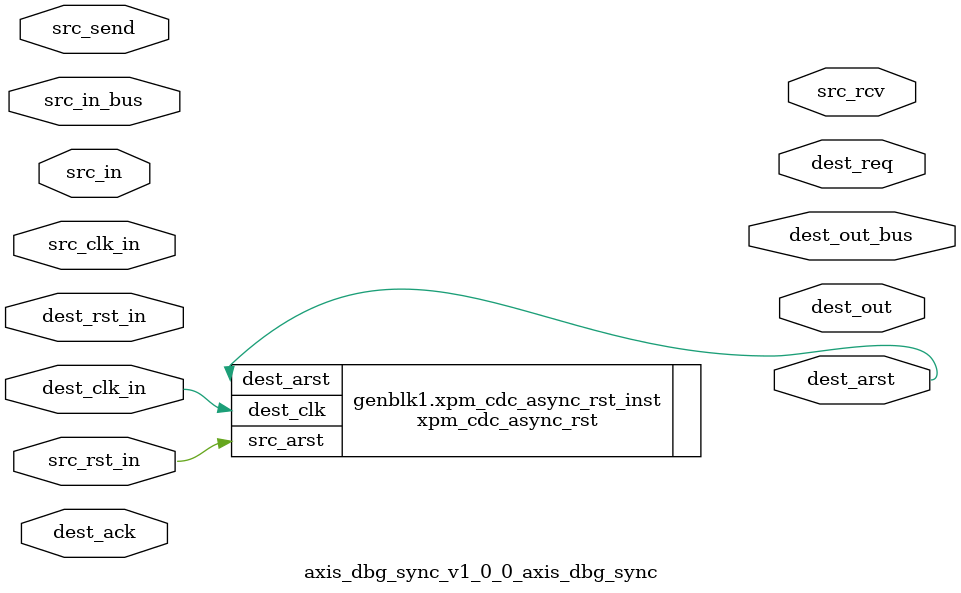
<source format=v>

`timescale 1ns / 1ps

module axis_dbg_sync_v1_0_0_axis_dbg_sync #( 
    parameter MODE="Async_rst_sync", //"Bus_sync_with_handshake", "Pulse_txr", "Single bit_arr_sync", "Single_bit_sync"
    parameter DEST_SYNC_FF = 2, //Range 2- 10
    parameter INIT_SYNC_FF = 0, //0 - disable sim init value, 1 enable
    parameter RST_ACTIVE_HIGH = 0, //0 - Active low reset, 1 - Acitve high reset
    parameter DEST_EXT_HSK = 0, // 0 - Internal Handshake, 1 - External handshake
    parameter SRC_SYNC_FF = 2, // Range 2-10
    parameter WIDTH = 1, //Data bus width
    parameter REG_OUTPUT = 1, //0- disable registered output, 1- enable
    parameter RST_USED = 0, //0- No reset, 1- Implement reset
    parameter SRC_INPUT_REG = 0 //0 - Do not register input, 1- register input
    )
  (
    input                 src_clk_in,
    input  [WIDTH-1:0]    src_in_bus,
    input                 src_in,
    input                 dest_clk_in,
    input                 dest_ack,
    input                 src_send,
    input                 dest_rst_in,
    input                 src_rst_in,
    output                dest_arst,
    output [WIDTH-1:0]    dest_out_bus,
    output                dest_out,
    output                src_rcv,
    output                dest_req
  );

generate
  case (MODE)
    "Async_rst_sync": begin   
      xpm_cdc_async_rst #(
        .DEST_SYNC_FF(DEST_SYNC_FF),    // DECIMAL; range: 2-10
        .INIT_SYNC_FF(INIT_SYNC_FF),    // DECIMAL; 0=disable simulation init values, 1=enable simulation init values
        .RST_ACTIVE_HIGH(RST_ACTIVE_HIGH)  // DECIMAL; 0=active low reset, 1=active high reset
      )
      xpm_cdc_async_rst_inst (
        .dest_arst(dest_arst), // 1-bit output: src_rst_in asynchronous reset signal synchronized to destination
                             // clock domain. This output is registered. NOTE: Signal asserts asynchronously
                             // but deasserts synchronously to dest_clk. Width of the reset signal is at least
                             // (DEST_SYNC_FF*dest_clk) period.

        .dest_clk(dest_clk_in),   // 1-bit input: Destination clock.
        .src_arst(src_rst_in)    // 1-bit input: Source asynchronous reset signal.
      );    
   end
  
   "Bus_sync_with_handshake": begin  
      xpm_cdc_handshake #(
          .DEST_EXT_HSK(DEST_EXT_HSK),   // DECIMAL; 0=internal handshake, 1=external handshake
          .DEST_SYNC_FF(DEST_SYNC_FF),   // DECIMAL; range: 2-10
          .INIT_SYNC_FF(INIT_SYNC_FF),   // DECIMAL; 0=disable simulation init values, 1=enable simulation init values
          .SIM_ASSERT_CHK(0), // DECIMAL; 0=disable simulation messages, 1=enable simulation messages
          .SRC_SYNC_FF(SRC_SYNC_FF),    // DECIMAL; range: 2-10
          .WIDTH(WIDTH)           // DECIMAL; range: 1-1024
       )
       xpm_cdc_handshake_inst (
          .dest_out(dest_out_bus), // WIDTH-bit output: Input bus (src_in) synchronized to destination clock domain.
                               // This output is registered.
    
          .dest_req(dest_req), // 1-bit output: Assertion of this signal indicates that new dest_out data has been
                               // received and is ready to be used or captured by the destination logic. When
                               // DEST_EXT_HSK = 1, this signal will deassert once the source handshake
                               // acknowledges that the destination clock domain has received the transferred data.
                               // When DEST_EXT_HSK = 0, this signal asserts for one clock period when dest_out bus
                               // is valid. This output is registered.
    
          .src_rcv(src_rcv),   // 1-bit output: Acknowledgement from destination logic that src_in has been
                               // received. This signal will be deasserted once destination handshake has fully
                               // completed, thus completing a full data transfer. This output is registered.
    
          .dest_ack(dest_ack), // 1-bit input: optional; required when DEST_EXT_HSK = 1
          .dest_clk(dest_clk_in), // 1-bit input: Destination clock.
          .src_clk(src_clk_in),   // 1-bit input: Source clock.
          .src_in(src_in_bus),     // WIDTH-bit input: Input bus that will be synchronized to the destination clock
                               // domain.
    
          .src_send(src_send)  // 1-bit input: Assertion of this signal allows the src_in bus to be synchronized to
                               // the destination clock domain. This signal should only be asserted when src_rcv is
                               // deasserted, indicating that the previous data transfer is complete. This signal
                               // should only be deasserted once src_rcv is asserted, acknowledging that the src_in
                               // has been received by the destination logic.
    
       );
    end    
       
    "Pulse_txr": begin
       xpm_cdc_pulse #(
          .DEST_SYNC_FF(DEST_SYNC_FF),   // DECIMAL; range: 2-10
          .INIT_SYNC_FF(INIT_SYNC_FF),   // DECIMAL; 0=disable simulation init values, 1=enable simulation init values
          .REG_OUTPUT(REG_OUTPUT),     // DECIMAL; 0=disable registered output, 1=enable registered output
          .RST_USED(RST_USED),       // DECIMAL; 0=no reset, 1=implement reset
          .SIM_ASSERT_CHK(0)  // DECIMAL; 0=disable simulation messages, 1=enable simulation messages
       )
       xpm_cdc_pulse_inst (
          .dest_pulse(dest_out), // 1-bit output: Outputs a pulse the size of one dest_clk period when a pulse
                                   // transfer is correctly initiated on src_pulse input. This output is
                                   // combinatorial unless REG_OUTPUT is set to 1.
    
          .dest_clk(dest_clk_in),     // 1-bit input: Destination clock.
          .dest_rst(dest_rst_in),     // 1-bit input: optional; required when RST_USED = 1
          .src_clk(src_clk_in),       // 1-bit input: Source clock.
          .src_pulse(src_in),   // 1-bit input: Rising edge of this signal initiates a pulse transfer to the
                                   // destination clock domain. The minimum gap between each pulse transfer must be
                                   // at the minimum 2*(larger(src_clk period, dest_clk period)). This is measured
                                   // between the falling edge of a src_pulse to the rising edge of the next
                                   // src_pulse. This minimum gap will guarantee that each rising edge of src_pulse
                                   // will generate a pulse the size of one dest_clk period in the destination
                                   // clock domain. When RST_USED = 1, pulse transfers will not be guaranteed while
                                   // src_rst and/or dest_rst are asserted.
    
          .src_rst(src_rst_in)        // 1-bit input: optional; required when RST_USED = 1
       );
    end

    "Single_bit_arr_sync": begin
       xpm_cdc_array_single #(
          .DEST_SYNC_FF(DEST_SYNC_FF),   // DECIMAL; range: 2-10
          .INIT_SYNC_FF(INIT_SYNC_FF),   // DECIMAL; 0=disable simulation init values, 1=enable simulation init values
          .SIM_ASSERT_CHK(0), // DECIMAL; 0=disable simulation messages, 1=enable simulation messages
          .SRC_INPUT_REG(SRC_INPUT_REG),  // DECIMAL; 0=do not register input, 1=register input
          .WIDTH(WIDTH)           // DECIMAL; range: 1-1024
       )
       xpm_cdc_array_single_inst (
          .dest_out(dest_out_bus), // WIDTH-bit output: src_in synchronized to the destination clock domain. This
                               // output is registered.
    
          .dest_clk(dest_clk_in), // 1-bit input: Clock signal for the destination clock domain.
          .src_clk(src_clk_in),   // 1-bit input: optional; required when SRC_INPUT_REG = 1
          .src_in(src_in_bus)      // WIDTH-bit input: Input single-bit array to be synchronized to destination clock
                               // domain. It is assumed that each bit of the array is unrelated to the others. This
                               // is reflected in the constraints applied to this macro. To transfer a binary value
                               // losslessly across the two clock domains, use the XPM_CDC_GRAY macro instead.
    
       );
    end
       
    "Single_bit_sync": begin
       xpm_cdc_single #(
          .DEST_SYNC_FF(DEST_SYNC_FF),   // DECIMAL; range: 2-10
          .INIT_SYNC_FF(INIT_SYNC_FF),   // DECIMAL; 0=disable simulation init values, 1=enable simulation init values
          .SIM_ASSERT_CHK(0), // DECIMAL; 0=disable simulation messages, 1=enable simulation messages
          .SRC_INPUT_REG(SRC_INPUT_REG)   // DECIMAL; 0=do not register input, 1=register input
       )
       xpm_cdc_single_inst (
          .dest_out(dest_out), // 1-bit output: src_in synchronized to the destination clock domain. This output is
                               // registered.
    
          .dest_clk(dest_clk_in), // 1-bit input: Clock signal for the destination clock domain.
          .src_clk(src_clk_in),   // 1-bit input: optional; required when SRC_INPUT_REG = 1
          .src_in(src_in)      // 1-bit input: Input signal to be synchronized to dest_clk domain.
       );
    end     
    
    default: begin
      xpm_cdc_async_rst #(
        .DEST_SYNC_FF(DEST_SYNC_FF),    // DECIMAL; range: 2-10
        .INIT_SYNC_FF(INIT_SYNC_FF),    // DECIMAL; 0=disable simulation init values, 1=enable simulation init values
        .RST_ACTIVE_HIGH(RST_ACTIVE_HIGH)  // DECIMAL; 0=active low reset, 1=active high reset
      )
      xpm_cdc_async_rst_inst (
        .dest_arst(dest_arst), // 1-bit output: src_rst_in asynchronous reset signal synchronized to destination
                             // clock domain. This output is registered. NOTE: Signal asserts asynchronously
                             // but deasserts synchronously to dest_clk. Width of the reset signal is at least
                             // (DEST_SYNC_FF*dest_clk) period.

        .dest_clk(dest_clk_in),   // 1-bit input: Destination clock.
        .src_arst(src_rst_in)    // 1-bit input: Source asynchronous reset signal.
      );    
      end    
              
  endcase
endgenerate  
    
endmodule



</source>
